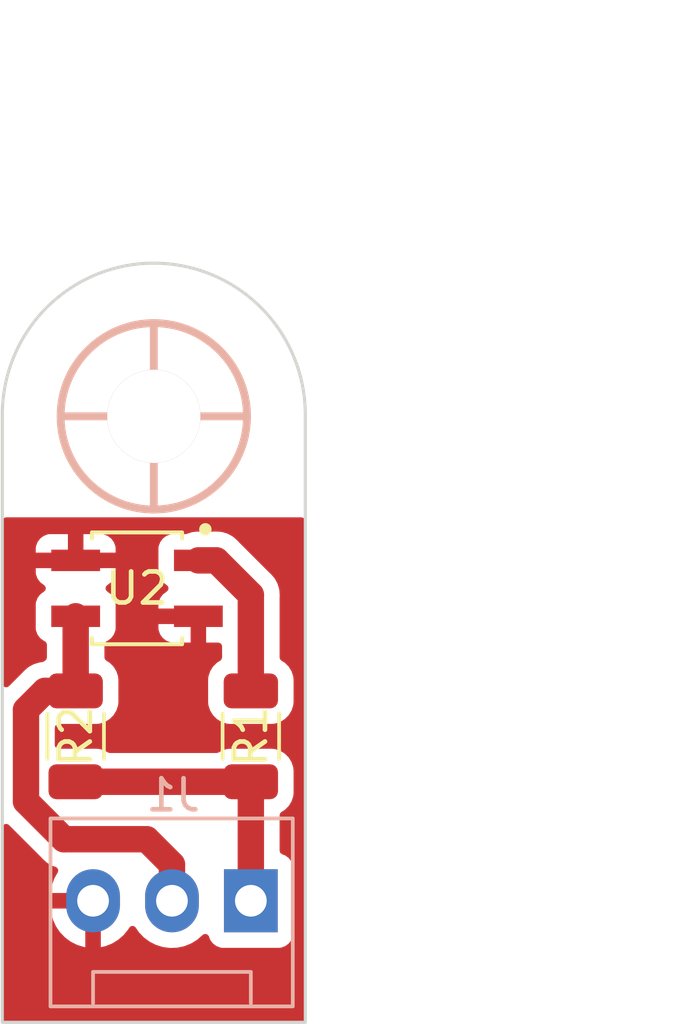
<source format=kicad_pcb>
(kicad_pcb (version 20221018) (generator pcbnew)
  (layers (0 "F.Cu" signal) (31 "B.Cu" signal) (34 "B.Paste" user) (35 "F.Paste" user) (36 "B.SilkS" user "B.Silkscreen") (37 "F.SilkS" user "F.Silkscreen") (38 "B.Mask" user) (39 "F.Mask" user) (44 "Edge.Cuts" user))
  (net 0 "")
  (net 1 "GND")
  (net 2 "Net-(R1-Pad1)")
  (net 3 "VCC")
  (net 4 "Net-(J1-P2)")
  (footprint "QRE:SOIC180P460X187-4N" (layer "F.Cu") (at 145.076102 81.788 -90)
    (fp_text reference "U2" (at 0 0) (layer "F.SilkS"))
    (fp_text value "QRE1113GR" hide)
    (fp_line (start -1.8 -1.45) (end -1.8 1.45) (stroke (width 0.127)) (layer "F.SilkS"))
    (fp_line (start -1.8 -1.45) (end -1.6 -1.45) (stroke (width 0.127)) (layer "F.SilkS"))
    (fp_line (start -1.8 1.45) (end -1.6 1.45) (stroke (width 0.127)) (layer "F.SilkS"))
    (fp_line (start 1.8 -1.45) (end 1.6 -1.45) (stroke (width 0.127)) (layer "F.SilkS"))
    (fp_line (start 1.8 -1.45) (end 1.8 1.45) (stroke (width 0.127)) (layer "F.SilkS"))
    (fp_line (start 1.8 1.45) (end 1.6 1.45) (stroke (width 0.127)) (layer "F.SilkS"))
    (fp_circle (center -1.9 -2.2) (end -1.8 -2.2) (stroke (width 0.2)) (fill none) (layer "F.SilkS"))
    (pad "1" smd rect (at -0.9 -1.975 270) (size 0.69 1.57) (layers "F.Cu" "F.Paste" "F.Mask") (net 2 "Net-(R1-Pad1)"))
    (pad "2" smd rect (at -0.9 1.975 270) (size 0.69 1.57) (layers "F.Cu" "F.Paste" "F.Mask") (net 1 "GND"))
    (pad "3" smd rect (at 0.9 1.975 270) (size 0.69 1.57) (layers "F.Cu" "F.Paste" "F.Mask") (net 4 "Net-(J1-P2)"))
    (pad "4" smd rect (at 0.9 -1.975 270) (size 0.69 1.57) (layers "F.Cu" "F.Paste" "F.Mask") (net 1 "GND"))
  )
  (footprint "Resistor_SMD:R_1206_3216Metric" (layer "F.Cu") (at 148.740554 86.5525 -90)
    (fp_text reference "R1" (at 0 0 90) (layer "F.SilkS"))
    (fp_text value "100" hide)
    (fp_line (start -0.727064 -0.91) (end 0.727064 -0.91) (stroke (width 0.12)) (layer "F.SilkS"))
    (fp_line (start -0.727064 0.91) (end 0.727064 0.91) (stroke (width 0.12)) (layer "F.SilkS"))
    (pad "1" smd roundrect (at -1.4625 0 270) (size 1.125 1.75) (layers "F.Cu" "F.Paste" "F.Mask") (roundrect_rratio 0.222222) (net 2 "Net-(R1-Pad1)"))
    (pad "2" smd roundrect (at 1.4625 0 270) (size 1.125 1.75) (layers "F.Cu" "F.Paste" "F.Mask") (roundrect_rratio 0.222222) (net 3 "VCC"))
  )
  (footprint "Resistor_SMD:R_1206_3216Metric" (layer "F.Cu") (at 143.101102 86.5525 -90)
    (fp_text reference "R2" (at 0 0 90) (layer "F.SilkS"))
    (fp_text value "240" hide)
    (fp_line (start -0.727064 -0.91) (end 0.727064 -0.91) (stroke (width 0.12)) (layer "F.SilkS"))
    (fp_line (start -0.727064 0.91) (end 0.727064 0.91) (stroke (width 0.12)) (layer "F.SilkS"))
    (pad "1" smd roundrect (at -1.4625 0 270) (size 1.125 1.75) (layers "F.Cu" "F.Paste" "F.Mask") (roundrect_rratio 0.222222) (net 4 "Net-(J1-P2)"))
    (pad "2" smd roundrect (at 1.4625 0 270) (size 1.125 1.75) (layers "F.Cu" "F.Paste" "F.Mask") (roundrect_rratio 0.222222) (net 3 "VCC"))
  )
  (footprint "Connector:FanPinHeader_1x03_P2.54mm_Vertical" (layer "B.Cu") (at 148.740554 91.8464 180)
    (fp_text reference "J1" (at 2.5 3.4) (layer "B.SilkS") (effects (justify mirror)))
    (fp_text value "Conn_01X03" hide)
    (fp_line (start -1.35 -3.4) (end -1.35 2.65) (stroke (width 0.12)) (layer "B.SilkS"))
    (fp_line (start -1.35 2.65) (end 6.45 2.65) (stroke (width 0.12)) (layer "B.SilkS"))
    (fp_line (start 0 -3.3) (end 0 -2.29) (stroke (width 0.12)) (layer "B.SilkS"))
    (fp_line (start 0 -2.29) (end 5.08 -2.29) (stroke (width 0.12)) (layer "B.SilkS"))
    (fp_line (start 5.08 -2.29) (end 5.08 -3.3) (stroke (width 0.12)) (layer "B.SilkS"))
    (fp_line (start 6.45 -3.4) (end -1.35 -3.4) (stroke (width 0.12)) (layer "B.SilkS"))
    (fp_line (start 6.45 2.65) (end 6.45 -3.4) (stroke (width 0.12)) (layer "B.SilkS"))
    (pad "1" thru_hole rect (at 0 0 90) (size 2.03 1.73) (drill 1.02) (layers "*.Cu" "*.Mask") (net 3 "VCC"))
    (pad "2" thru_hole oval (at 2.54 0 90) (size 2.03 1.73) (drill 1.02) (layers "*.Cu" "*.Mask") (net 4 "Net-(J1-P2)"))
    (pad "3" thru_hole oval (at 5.08 0 90) (size 2.03 1.73) (drill 1.02) (layers "*.Cu" "*.Mask") (net 1 "GND"))
  )
  (footprint "EESTN5:hole_3mm" (layer "B.Cu") (at 145.616354 76.2508 180)
    (fp_text reference "hole_3mm" hide)
    (fp_text value "VAL**" hide)
    (fp_line (start -3 0) (end 3 0) (stroke (width 0.254)) (layer "B.SilkS"))
    (fp_line (start 0 3) (end 0 -3) (stroke (width 0.254)) (layer "B.SilkS"))
    (fp_circle (center 0 0) (end 3 0) (stroke (width 0.254)) (fill none) (layer "B.SilkS"))
    (fp_line (start -3 0) (end 3 0) (stroke (width 0.254)) (layer "F.SilkS"))
    (fp_line (start 0 3) (end 0 -3) (stroke (width 0.254)) (layer "F.SilkS"))
    (fp_circle (center 0 0) (end 3 0) (stroke (width 0.254)) (fill none) (layer "F.SilkS"))
    (pad "1" thru_hole circle (at 0 0 180) (size 3 3) (drill 3) (layers "*.Cu" "B.SilkS"))
  )
  (footprint "MountingHole:MountingHole_2.1mm" (layer "B.Cu") (at 145.616354 76.2508 180)
    (fp_text reference "REF**" hide)
    (fp_text value "MountingHole_2.1mm" hide)
    (pad "" np_thru_hole circle (at 0 0 180) (size 2.1 2.1) (drill 2.1) (layers "*.Cu" "*.Mask"))
  )
  (gr_arc (start 140.739555 76.2508) (mid 145.616354 71.322936) (end 150.493153 76.2508) (stroke (width 0.1)) (layer "Edge.Cuts"))
  (gr_line (start 140.739554 76.2508) (end 140.739555 79.502) (stroke (width 0.1)) (layer "Edge.Cuts"))
  (gr_line (start 140.739555 79.502) (end 140.739554 95.758) (stroke (width 0.1)) (layer "Edge.Cuts"))
  (gr_line (start 140.739554 95.758) (end 150.493154 95.758) (stroke (width 0.1)) (layer "Edge.Cuts"))
  (gr_line (start 150.493154 76.2508) (end 150.493153 79.502) (stroke (width 0.1)) (layer "Edge.Cuts"))
  (gr_line (start 150.493154 95.758) (end 150.493153 79.502) (stroke (width 0.1)) (layer "Edge.Cuts"))
  (segment (start 148.740554 81.997452) (end 147.631102 80.888) (width 0.85) (layer "F.Cu") (net 2))
  (segment (start 148.740554 85.09) (end 148.740554 81.997452) (width 0.85) (layer "F.Cu") (net 2))
  (segment (start 147.631102 80.888) (end 147.051102 80.888) (width 0.85) (layer "F.Cu") (net 2))
  (segment (start 148.552054 85.09) (end 148.613554 85.0285) (width 0.85) (layer "F.Cu") (net 2))
  (segment (start 148.683054 88.011) (end 148.740554 88.011) (width 0.85) (layer "F.Cu") (net 3))
  (segment (start 143.101102 88.015) (end 148.740554 88.015) (width 0.85) (layer "F.Cu") (net 3))
  (segment (start 148.740554 88.015) (end 148.740554 91.948) (width 0.85) (layer "F.Cu") (net 3))
  (segment (start 148.679054 88.015) (end 148.683054 88.011) (width 0.85) (layer "F.Cu") (net 3))
  (segment (start 145.387754 89.8652) (end 142.720754 89.8652) (width 0.85) (layer "F.Cu") (net 4))
  (segment (start 141.501554 85.6996) (end 142.111154 85.09) (width 0.85) (layer "F.Cu") (net 4))
  (segment (start 141.501554 88.646) (end 141.501554 85.6996) (width 0.85) (layer "F.Cu") (net 4))
  (segment (start 142.720754 89.8652) (end 141.501554 88.646) (width 0.85) (layer "F.Cu") (net 4))
  (segment (start 143.101102 84.7705) (end 143.101102 82.688) (width 0.85) (layer "F.Cu") (net 4))
  (segment (start 142.111154 85.09) (end 143.101102 85.09) (width 0.85) (layer "F.Cu") (net 4))
  (segment (start 146.200554 91.948) (end 146.200554 90.678) (width 0.85) (layer "F.Cu") (net 4))
  (segment (start 146.200554 90.678) (end 145.387754 89.8652) (width 0.85) (layer "F.Cu") (net 4))
  (zone (net 1) (net_name "GND") (layer "F.Cu") (connect_pads (clearance 0.5)) (min_thickness 0.25) (fill yes (thermal_gap 0.5) (thermal_bridge_width 0.5))
    (polygon (pts (xy 140.739554 95.758) (xy 150.518554 95.758) (xy 150.518554 79.502) (xy 140.739554 79.502)))
  )
)
</source>
